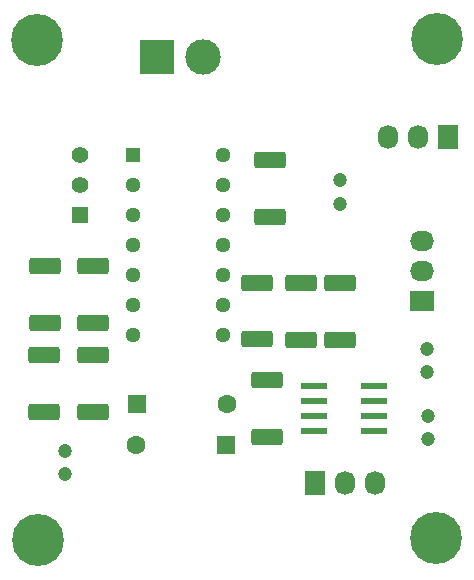
<source format=gbr>
%TF.GenerationSoftware,KiCad,Pcbnew,9.0.6*%
%TF.CreationDate,2026-01-22T12:37:59+05:30*%
%TF.ProjectId,Muscle sensor,4d757363-6c65-4207-9365-6e736f722e6b,rev?*%
%TF.SameCoordinates,Original*%
%TF.FileFunction,Soldermask,Top*%
%TF.FilePolarity,Negative*%
%FSLAX46Y46*%
G04 Gerber Fmt 4.6, Leading zero omitted, Abs format (unit mm)*
G04 Created by KiCad (PCBNEW 9.0.6) date 2026-01-22 12:37:59*
%MOMM*%
%LPD*%
G01*
G04 APERTURE LIST*
G04 Aperture macros list*
%AMRoundRect*
0 Rectangle with rounded corners*
0 $1 Rounding radius*
0 $2 $3 $4 $5 $6 $7 $8 $9 X,Y pos of 4 corners*
0 Add a 4 corners polygon primitive as box body*
4,1,4,$2,$3,$4,$5,$6,$7,$8,$9,$2,$3,0*
0 Add four circle primitives for the rounded corners*
1,1,$1+$1,$2,$3*
1,1,$1+$1,$4,$5*
1,1,$1+$1,$6,$7*
1,1,$1+$1,$8,$9*
0 Add four rect primitives between the rounded corners*
20,1,$1+$1,$2,$3,$4,$5,0*
20,1,$1+$1,$4,$5,$6,$7,0*
20,1,$1+$1,$6,$7,$8,$9,0*
20,1,$1+$1,$8,$9,$2,$3,0*%
G04 Aperture macros list end*
%ADD10RoundRect,0.249999X-1.075001X0.450001X-1.075001X-0.450001X1.075001X-0.450001X1.075001X0.450001X0*%
%ADD11C,0.700000*%
%ADD12C,4.400000*%
%ADD13RoundRect,0.249999X1.075001X-0.450001X1.075001X0.450001X-1.075001X0.450001X-1.075001X-0.450001X0*%
%ADD14R,1.730000X2.030000*%
%ADD15O,1.730000X2.030000*%
%ADD16C,1.200000*%
%ADD17R,2.030000X1.730000*%
%ADD18O,2.030000X1.730000*%
%ADD19R,1.295400X1.295400*%
%ADD20C,1.295400*%
%ADD21R,3.000000X3.000000*%
%ADD22C,3.000000*%
%ADD23RoundRect,0.250000X-0.550000X-0.550000X0.550000X-0.550000X0.550000X0.550000X-0.550000X0.550000X0*%
%ADD24C,1.600000*%
%ADD25RoundRect,0.250000X0.550000X0.550000X-0.550000X0.550000X-0.550000X-0.550000X0.550000X-0.550000X0*%
%ADD26R,2.286000X0.558800*%
%ADD27RoundRect,0.102000X0.609000X-0.609000X0.609000X0.609000X-0.609000X0.609000X-0.609000X-0.609000X0*%
%ADD28C,1.422000*%
G04 APERTURE END LIST*
D10*
%TO.C,R6*%
X165260000Y-87240000D03*
X165260000Y-82440000D03*
%TD*%
D11*
%TO.C,H2*%
X144640000Y-104210000D03*
X144156726Y-105376726D03*
X144156726Y-103043274D03*
X142990000Y-105860000D03*
D12*
X142990000Y-104210000D03*
D11*
X142990000Y-102560000D03*
X141823274Y-105376726D03*
X141823274Y-103043274D03*
X141340000Y-104210000D03*
%TD*%
%TO.C,H4*%
X178353274Y-103993274D03*
X177870000Y-105160000D03*
X177870000Y-102826548D03*
X176703274Y-105643274D03*
D12*
X176703274Y-103993274D03*
D11*
X176703274Y-102343274D03*
X175536548Y-105160000D03*
X175536548Y-102826548D03*
X175053274Y-103993274D03*
%TD*%
D13*
%TO.C,R7*%
X147690000Y-85780000D03*
X147690000Y-80980000D03*
%TD*%
%TO.C,R9*%
X162680000Y-76860000D03*
X162680000Y-72060000D03*
%TD*%
D14*
%TO.C,J4*%
X177710000Y-70070000D03*
D15*
X175170000Y-70070000D03*
X172630000Y-70070000D03*
%TD*%
D13*
%TO.C,R5*%
X168590000Y-87250000D03*
X168590000Y-82450000D03*
%TD*%
D14*
%TO.C,J3*%
X166460000Y-99360000D03*
D15*
X169000000Y-99360000D03*
X171540000Y-99360000D03*
%TD*%
D16*
%TO.C,C3*%
X145330000Y-98620000D03*
X145330000Y-96620000D03*
%TD*%
D17*
%TO.C,J2*%
X175500000Y-83940000D03*
D18*
X175500000Y-81400000D03*
X175500000Y-78860000D03*
%TD*%
D19*
%TO.C,U2*%
X151090000Y-71590000D03*
D20*
X151090000Y-74130000D03*
X151090000Y-76670000D03*
X151090000Y-79210000D03*
X151090000Y-81750000D03*
X151090000Y-84290000D03*
X151090000Y-86830000D03*
X158710000Y-86830000D03*
X158710000Y-84290000D03*
X158710000Y-81750000D03*
X158710000Y-79210000D03*
X158710000Y-76670000D03*
X158710000Y-74130000D03*
X158710000Y-71590000D03*
%TD*%
D16*
%TO.C,C4*%
X168560000Y-75730000D03*
X168560000Y-73730000D03*
%TD*%
D13*
%TO.C,R8*%
X161570000Y-87210000D03*
X161570000Y-82410000D03*
%TD*%
D10*
%TO.C,R4*%
X147690000Y-88540000D03*
X147690000Y-93340000D03*
%TD*%
D21*
%TO.C,J1*%
X153072500Y-63320000D03*
D22*
X156952500Y-63320000D03*
%TD*%
D23*
%TO.C,D1*%
X151420000Y-92660000D03*
D24*
X159040000Y-92660000D03*
%TD*%
D25*
%TO.C,D2*%
X158910000Y-96110000D03*
D24*
X151290000Y-96110000D03*
%TD*%
D26*
%TO.C,U1*%
X166405400Y-91125000D03*
X166405400Y-92395000D03*
X166405400Y-93665000D03*
X166405400Y-94935000D03*
X171434600Y-94935000D03*
X171434600Y-93665000D03*
X171434600Y-92395000D03*
X171434600Y-91125000D03*
%TD*%
D10*
%TO.C,R1*%
X162440000Y-90670000D03*
X162440000Y-95470000D03*
%TD*%
D16*
%TO.C,C2*%
X176020000Y-95680000D03*
X176020000Y-93680000D03*
%TD*%
D11*
%TO.C,H1*%
X144610000Y-61860000D03*
X144126726Y-63026726D03*
X144126726Y-60693274D03*
X142960000Y-63510000D03*
D12*
X142960000Y-61860000D03*
D11*
X142960000Y-60210000D03*
X141793274Y-63026726D03*
X141793274Y-60693274D03*
X141310000Y-61860000D03*
%TD*%
%TO.C,H3*%
X175113274Y-61796726D03*
X175596548Y-60630000D03*
X175596548Y-62963452D03*
X176763274Y-60146726D03*
D12*
X176763274Y-61796726D03*
D11*
X176763274Y-63446726D03*
X177930000Y-60630000D03*
X177930000Y-62963452D03*
X178413274Y-61796726D03*
%TD*%
D13*
%TO.C,R3*%
X143610000Y-85830000D03*
X143610000Y-81030000D03*
%TD*%
%TO.C,R2*%
X143560000Y-93340000D03*
X143560000Y-88540000D03*
%TD*%
D27*
%TO.C,VR1*%
X146550000Y-76660000D03*
D28*
X146550000Y-74120000D03*
X146550000Y-71580000D03*
%TD*%
D16*
%TO.C,C1*%
X175950000Y-90010000D03*
X175950000Y-88010000D03*
%TD*%
M02*

</source>
